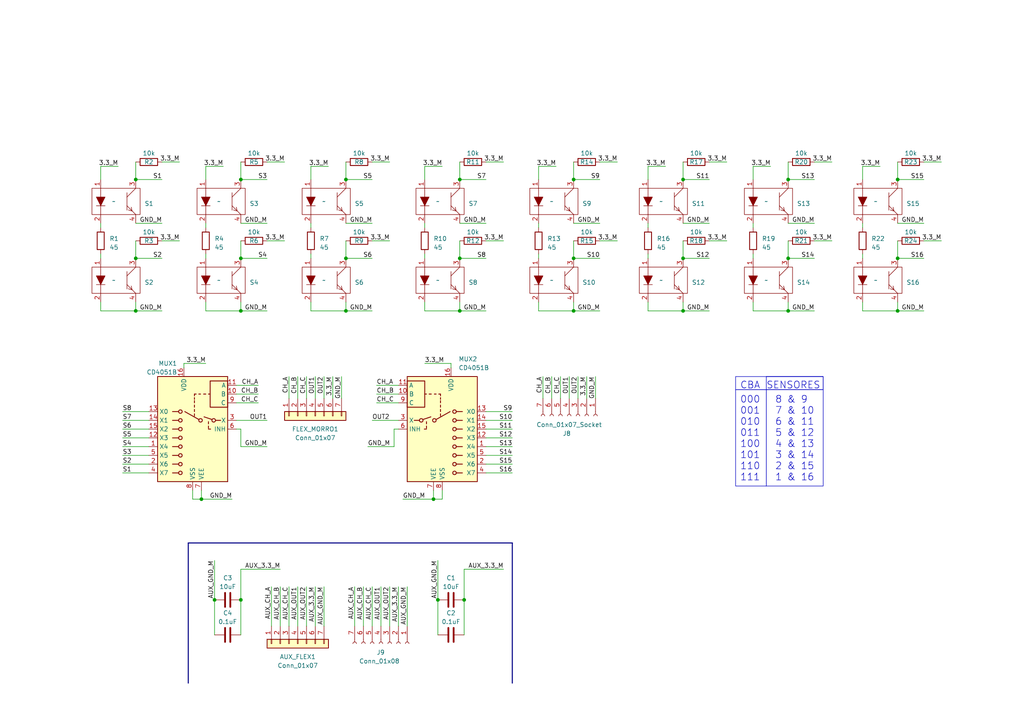
<source format=kicad_sch>
(kicad_sch (version 20250114) (generator "eeschema") (generator_version "9.0")
  (paper "A4")
  (lib_symbols
    (symbol "Connector:Conn_01x07_Socket" (pin_names (offset 1.016) (hide yes))
      (property "Reference" "J" (at 0 10.16 0))
      (property "Value" "Conn_01x07_Socket" (at 0 -10.16 0))
      (symbol "Conn_01x07_Socket_1_1"
        (polyline (pts (xy -1.27 7.62) (xy -0.508 7.62)) (stroke (width 0.1524)))
        (polyline (pts (xy -1.27 5.08) (xy -0.508 5.08)) (stroke (width 0.1524)))
        (polyline (pts (xy -1.27 2.54) (xy -0.508 2.54)) (stroke (width 0.1524)))
        (polyline (pts (xy -1.27 0) (xy -0.508 0)) (stroke (width 0.1524)))
        (polyline (pts (xy -1.27 -2.54) (xy -0.508 -2.54)) (stroke (width 0.1524)))
        (polyline (pts (xy -1.27 -5.08) (xy -0.508 -5.08)) (stroke (width 0.1524)))
        (polyline (pts (xy -1.27 -7.62) (xy -0.508 -7.62)) (stroke (width 0.1524)))
        (arc (start 0 7.112) (mid -0.5058 7.62) (end 0 8.128) (stroke (width 0.1524)))
        (arc (start 0 4.572) (mid -0.5058 5.08) (end 0 5.588) (stroke (width 0.1524)))
        (arc (start 0 2.032) (mid -0.5058 2.54) (end 0 3.048) (stroke (width 0.1524)))
        (arc (start 0 -0.508) (mid -0.5058 0) (end 0 0.508) (stroke (width 0.1524)))
        (arc (start 0 -3.048) (mid -0.5058 -2.54) (end 0 -2.032) (stroke (width 0.1524)))
        (arc (start 0 -5.588) (mid -0.5058 -5.08) (end 0 -4.572) (stroke (width 0.1524)))
        (arc (start 0 -8.128) (mid -0.5058 -7.62) (end 0 -7.112) (stroke (width 0.1524)))
        (pin passive line (at -5.08 7.62 0) (length 3.81) (name "Pin_1") (number "1"))
        (pin passive line (at -5.08 5.08 0) (length 3.81) (name "Pin_2") (number "2"))
        (pin passive line (at -5.08 2.54 0) (length 3.81) (name "Pin_3") (number "3"))
        (pin passive line (at -5.08 0 0) (length 3.81) (name "Pin_4") (number "4"))
        (pin passive line (at -5.08 -2.54 0) (length 3.81) (name "Pin_5") (number "5"))
        (pin passive line (at -5.08 -5.08 0) (length 3.81) (name "Pin_6") (number "6"))
        (pin passive line (at -5.08 -7.62 0) (length 3.81) (name "Pin_7") (number "7"))
      )
    )
    (symbol "Connector_Generic:Conn_01x07" (pin_names (offset 1.016) (hide yes))
      (property "Reference" "J" (at 0 10.16 0))
      (property "Value" "Conn_01x07" (at 0 -10.16 0))
      (symbol "Conn_01x07_1_1"
        (rectangle (start -1.27 8.89) (end 1.27 -8.89) (stroke (width 0.254)) (fill (type background)))
        (rectangle (start -1.27 7.747) (end 0 7.493) (stroke (width 0.1524)))
        (rectangle (start -1.27 5.207) (end 0 4.953) (stroke (width 0.1524)))
        (rectangle (start -1.27 2.667) (end 0 2.413) (stroke (width 0.1524)))
        (rectangle (start -1.27 0.127) (end 0 -0.127) (stroke (width 0.1524)))
        (rectangle (start -1.27 -2.413) (end 0 -2.667) (stroke (width 0.1524)))
        (rectangle (start -1.27 -4.953) (end 0 -5.207) (stroke (width 0.1524)))
        (rectangle (start -1.27 -7.493) (end 0 -7.747) (stroke (width 0.1524)))
        (pin passive line (at -5.08 7.62 0) (length 3.81) (name "Pin_1") (number "1"))
        (pin passive line (at -5.08 5.08 0) (length 3.81) (name "Pin_2") (number "2"))
        (pin passive line (at -5.08 2.54 0) (length 3.81) (name "Pin_3") (number "3"))
        (pin passive line (at -5.08 0 0) (length 3.81) (name "Pin_4") (number "4"))
        (pin passive line (at -5.08 -2.54 0) (length 3.81) (name "Pin_5") (number "5"))
        (pin passive line (at -5.08 -5.08 0) (length 3.81) (name "Pin_6") (number "6"))
        (pin passive line (at -5.08 -7.62 0) (length 3.81) (name "Pin_7") (number "7"))
      )
    )
    (symbol "Device:C" (pin_numbers (hide yes)) (pin_names (offset 0.254))
      (property "Reference" "C" (at 0.635 2.54 0))
      (property "Value" "C" (at 0.635 -2.54 0))
      (symbol "C_0_1"
        (polyline (pts (xy -2.032 0.762) (xy 2.032 0.762)) (stroke (width 0.508)))
        (polyline (pts (xy -2.032 -0.762) (xy 2.032 -0.762)) (stroke (width 0.508)))
      )
      (symbol "C_1_1"
        (pin passive line (at 0 3.81 270) (length 2.794) (name "~") (number "1"))
        (pin passive line (at 0 -3.81 90) (length 2.794) (name "~") (number "2"))
      )
    )
    (symbol "Device:R" (pin_numbers (hide yes)) (pin_names (offset 0))
      (property "Reference" "R" (at 2.032 0 90))
      (property "Value" "R" (at 0 0 90))
      (symbol "R_0_1"
        (rectangle (start -1.016 -2.54) (end 1.016 2.54) (stroke (width 0.254)))
      )
      (symbol "R_1_1"
        (pin passive line (at 0 3.81 270) (length 1.27) (name "~") (number "1"))
        (pin passive line (at 0 -3.81 90) (length 1.27) (name "~") (number "2"))
      )
    )
    (symbol "R_1" (pin_numbers (hide yes)) (pin_names (offset 0))
      (property "Reference" "R2" (at 0 0 90))
      (property "Value" "10k" (at 2.54 0 90))
      (symbol "R_1_0_1"
        (rectangle (start -1.016 -2.54) (end 1.016 2.54) (stroke (width 0.254)))
      )
      (symbol "R_1_1_1"
        (pin passive line (at 0 3.81 270) (length 1.27) (name "~") (number "1"))
        (pin passive line (at 0 -3.81 90) (length 1.27) (name "~") (number "2"))
      )
    )
    (symbol "custom_symbols:ITR8307_SMD"
      (property "Reference" "S1" (at 8.89 -0.635 0))
      (property "Value" "~" (at 0 0 0))
      (symbol "ITR8307_SMD_0_1"
        (rectangle (start -6.35 3.81) (end 7.62 -3.81))
        (polyline (pts (xy -5.08 1.27) (xy -2.54 1.27) (xy -3.81 -1.27) (xy -5.08 1.27)) (fill (type outline)))
        (polyline (pts (xy -5.08 -1.27) (xy -2.54 -1.27)))
        (polyline (pts (xy -3.81 3.81) (xy -3.81 -3.81)))
        (polyline (pts (xy 3.81 2.54) (xy 3.81 -2.54)))
        (polyline (pts (xy 5.2578 -2.7686) (xy 4.2164 -2.4892)))
        (polyline (pts (xy 5.2832 -2.7178) (xy 5.0292 -1.6764)))
        (polyline (pts (xy 6.35 3.81) (xy 3.81 1.27)))
        (polyline (pts (xy 6.35 -3.81) (xy 3.81 -1.27)))
      )
      (symbol "ITR8307_SMD_1_1"
        (pin input line (at -3.81 6.35 270) (length 2.54) (name "~") (number "1"))
        (pin power_in line (at -3.81 -6.35 90) (length 2.54) (name "~") (number "2"))
        (pin open_collector line (at 6.35 6.35 270) (length 2.54) (name "~") (number "3"))
        (pin power_in line (at 6.35 -6.35 90) (length 2.54) (name "~") (number "4"))
      )
    )
    (symbol "custom_symbols:MUX_CD4051B"
      (property "Reference" "MUX1" (at 4.4959 19.05 0))
      (property "Value" "CD4051B" (at 4.4959 16.51 0))
      (symbol "MUX_CD4051B_0_1"
        (rectangle (start -10.16 15.24) (end 10.16 -15.24) (stroke (width 0.254)) (fill (type background)))
        (rectangle (start -10.16 6.35) (end -5.08 13.97) (stroke (width 0.254)))
        (polyline (pts (xy -8.128 2.54) (xy -6.604 2.54)) (stroke (width 0.254)))
        (circle (center -6.096 2.54) (radius 0.508) (stroke (width 0.254)))
        (polyline (pts (xy -5.588 2.794) (xy -3.302 3.556)) (stroke (width 0.254)))
        (polyline (pts (xy -4.572 10.16) (xy -5.08 10.16)) (stroke (width 0.254)))
        (polyline (pts (xy -4.572 1.524) (xy -4.572 2.159)) (stroke (width 0.254)))
        (polyline (pts (xy -4.572 0.254) (xy -4.572 0.889)) (stroke (width 0.254)))
        (polyline (pts (xy -4.572 0) (xy -5.207 0)) (stroke (width 0.254)))
        (polyline (pts (xy -3.81 10.16) (xy -3.175 10.16)) (stroke (width 0.254)))
        (circle (center -2.286 2.54) (radius 0.508) (stroke (width 0.254)))
        (polyline (pts (xy -1.778 10.16) (xy -2.286 10.16)) (stroke (width 0.254)))
        (polyline (pts (xy -1.778 2.794) (xy 2.286 5.08)) (stroke (width 0.254)))
        (polyline (pts (xy -0.508 10.16) (xy -1.016 10.16)) (stroke (width 0.254)))
        (polyline (pts (xy -0.508 9.652) (xy -0.508 10.16)) (stroke (width 0.254)))
        (polyline (pts (xy -0.508 8.636) (xy -0.508 9.144)) (stroke (width 0.254)))
        (polyline (pts (xy -0.508 7.62) (xy -0.508 8.255)) (stroke (width 0.254)))
        (polyline (pts (xy -0.508 6.35) (xy -0.508 6.985)) (stroke (width 0.254)))
        (polyline (pts (xy -0.508 5.08) (xy -0.508 5.715)) (stroke (width 0.254)))
        (polyline (pts (xy -0.508 3.81) (xy -0.508 4.445)) (stroke (width 0.254)))
        (circle (center 3.556 5.08) (radius 0.508) (stroke (width 0.254)))
        (circle (center 3.556 2.54) (radius 0.508) (stroke (width 0.254)))
        (circle (center 3.556 0) (radius 0.508) (stroke (width 0.254)))
        (circle (center 3.556 -2.54) (radius 0.508) (stroke (width 0.254)))
        (circle (center 3.556 -5.08) (radius 0.508) (stroke (width 0.254)))
        (circle (center 3.556 -7.62) (radius 0.508) (stroke (width 0.254)))
        (circle (center 3.556 -10.16) (radius 0.508) (stroke (width 0.254)))
        (circle (center 3.556 -12.7) (radius 0.508) (stroke (width 0.254)))
        (polyline (pts (xy 4.064 5.08) (xy 5.842 5.08)) (stroke (width 0.254)))
        (polyline (pts (xy 4.064 2.54) (xy 5.842 2.54)) (stroke (width 0.254)))
        (polyline (pts (xy 4.064 0) (xy 5.842 0)) (stroke (width 0.254)))
        (polyline (pts (xy 4.064 -2.54) (xy 5.842 -2.54)) (stroke (width 0.254)))
        (polyline (pts (xy 4.064 -5.08) (xy 5.842 -5.08)) (stroke (width 0.254)))
        (polyline (pts (xy 4.064 -7.62) (xy 5.842 -7.62)) (stroke (width 0.254)))
        (polyline (pts (xy 4.064 -10.16) (xy 5.842 -10.16)) (stroke (width 0.254)))
        (polyline (pts (xy 4.064 -12.7) (xy 5.842 -12.7)) (stroke (width 0.254)))
      )
      (symbol "MUX_CD4051B_1_1"
        (pin input line (at -12.7 12.7 0) (length 2.54) (name "A") (number "11"))
        (pin input line (at -12.7 10.16 0) (length 2.54) (name "B") (number "10"))
        (pin input line (at -12.7 7.62 0) (length 2.54) (name "C") (number "9"))
        (pin bidirectional line (at -12.7 2.54 0) (length 2.54) (name "X") (number "3"))
        (pin input line (at -12.7 0 0) (length 2.54) (name "INH") (number "6"))
        (pin power_in line (at -2.54 -17.78 90) (length 2.54) (name "VEE") (number "7"))
        (pin power_in line (at 0 -17.78 90) (length 2.54) (name "VSS") (number "8"))
        (pin power_in line (at 2.54 17.78 270) (length 2.54) (name "VDD") (number "16"))
        (pin bidirectional line (at 12.7 5.08 180) (length 2.54) (name "X0") (number "13"))
        (pin bidirectional line (at 12.7 2.54 180) (length 2.54) (name "X1") (number "14"))
        (pin bidirectional line (at 12.7 0 180) (length 2.54) (name "X2") (number "15"))
        (pin bidirectional line (at 12.7 -2.54 180) (length 2.54) (name "X3") (number "12"))
        (pin bidirectional line (at 12.7 -5.08 180) (length 2.54) (name "X4") (number "1"))
        (pin bidirectional line (at 12.7 -7.62 180) (length 2.54) (name "X5") (number "5"))
        (pin bidirectional line (at 12.7 -10.16 180) (length 2.54) (name "X6") (number "2"))
        (pin bidirectional line (at 12.7 -12.7 180) (length 2.54) (name "X7") (number "4"))
      )
    )
  )
  (rectangle (start 222.25 113.03) (end 238.76 140.97))
  (rectangle (start 213.36 113.03) (end 222.25 140.97))
  (rectangle (start 213.36 109.22) (end 238.76 113.03))
  (rectangle (start 222.25 109.22) (end 238.76 113.03))
  (text "CBA" (at 214.63 113.03 0) (effects (font (size 2 2)) (justify left bottom)))
  (text "SENSORES" (at 222.25 113.03 0) (effects (font (size 2 2)) (justify left bottom)))
  (text "8 & 9\n7 & 10\n6 & 11\n5 & 12\n4 & 13\n3 & 14\n2 & 15\n1 & 16" (at 224.79 139.7 0) (effects (font (size 2 2)) (justify left bottom)))
  (text "000\n001\n010\n011\n100\n101\n110\n111" (at 214.63 139.7 0) (effects (font (size 2 2)) (justify left bottom)))
  (junction (at 166.37 74.93))
  (junction (at 260.35 52.07))
  (junction (at 228.6 74.93))
  (junction (at 125.73 144.78))
  (junction (at 260.35 90.17))
  (junction (at 133.35 52.07))
  (junction (at 198.12 90.17))
  (junction (at 39.37 74.93))
  (junction (at 69.85 52.07))
  (junction (at 69.85 90.17))
  (junction (at 39.37 90.17))
  (junction (at 100.33 90.17))
  (junction (at 228.6 90.17))
  (junction (at 127 173.99))
  (junction (at 100.33 52.07))
  (junction (at 69.85 173.99))
  (junction (at 133.35 90.17))
  (junction (at 100.33 74.93))
  (junction (at 166.37 90.17))
  (junction (at 198.12 74.93))
  (junction (at 228.6 52.07))
  (junction (at 134.62 173.99))
  (junction (at 198.12 52.07))
  (junction (at 69.85 74.93))
  (junction (at 39.37 52.07))
  (junction (at 166.37 52.07))
  (junction (at 58.42 144.78))
  (junction (at 133.35 74.93))
  (junction (at 62.23 173.99))
  (junction (at 260.35 74.93))
  (wire (pts (xy 59.69 73.66) (xy 59.69 74.93)))
  (wire (pts (xy 128.27 142.24) (xy 128.27 144.78)))
  (wire (pts (xy 35.56 124.46) (xy 43.18 124.46)))
  (wire (pts (xy 260.35 90.17) (xy 260.35 87.63)))
  (wire (pts (xy 228.6 90.17) (xy 228.6 87.63)))
  (wire (pts (xy 170.18 109.22) (xy 170.18 115.57)))
  (wire (pts (xy 59.69 48.26) (xy 59.69 52.07)))
  (wire (pts (xy 77.47 69.85) (xy 82.55 69.85)))
  (wire (pts (xy 69.85 165.1) (xy 69.85 173.99)))
  (wire (pts (xy 29.21 64.77) (xy 29.21 66.04)))
  (wire (pts (xy 260.35 52.07) (xy 267.97 52.07)))
  (wire (pts (xy 90.17 48.26) (xy 90.17 52.07)))
  (wire (pts (xy 69.85 52.07) (xy 77.47 52.07)))
  (wire (pts (xy 46.99 90.17) (xy 39.37 90.17)))
  (wire (pts (xy 187.96 48.26) (xy 193.04 48.26)))
  (wire (pts (xy 100.33 52.07) (xy 107.95 52.07)))
  (wire (pts (xy 123.19 105.41) (xy 130.81 105.41)))
  (wire (pts (xy 148.59 129.54) (xy 140.97 129.54)))
  (wire (pts (xy 260.35 69.85) (xy 260.35 74.93)))
  (wire (pts (xy 187.96 90.17) (xy 198.12 90.17)))
  (wire (pts (xy 260.35 46.99) (xy 260.35 52.07)))
  (wire (pts (xy 90.17 64.77) (xy 90.17 66.04)))
  (wire (pts (xy 106.68 129.54) (xy 114.3 129.54)))
  (wire (pts (xy 68.58 116.84) (xy 74.93 116.84)))
  (wire (pts (xy 46.99 46.99) (xy 52.07 46.99)))
  (wire (pts (xy 125.73 142.24) (xy 125.73 144.78)))
  (wire (pts (xy 173.99 90.17) (xy 166.37 90.17)))
  (wire (pts (xy 91.44 109.22) (xy 91.44 115.57)))
  (wire (pts (xy 39.37 74.93) (xy 46.99 74.93)))
  (wire (pts (xy 88.9 170.18) (xy 88.9 181.61)))
  (wire (pts (xy 59.69 90.17) (xy 69.85 90.17)))
  (wire (pts (xy 107.95 46.99) (xy 113.03 46.99)))
  (wire (pts (xy 100.33 74.93) (xy 107.95 74.93)))
  (wire (pts (xy 110.49 170.18) (xy 110.49 181.61)))
  (wire (pts (xy 35.56 119.38) (xy 43.18 119.38)))
  (wire (pts (xy 115.57 170.18) (xy 115.57 181.61)))
  (wire (pts (xy 39.37 64.77) (xy 46.99 64.77)))
  (wire (pts (xy 250.19 64.77) (xy 250.19 66.04)))
  (wire (pts (xy 88.9 109.22) (xy 88.9 115.57)))
  (wire (pts (xy 205.74 69.85) (xy 210.82 69.85)))
  (wire (pts (xy 93.98 170.18) (xy 93.98 181.61)))
  (wire (pts (xy 218.44 73.66) (xy 218.44 74.93)))
  (wire (pts (xy 218.44 64.77) (xy 218.44 66.04)))
  (wire (pts (xy 123.19 48.26) (xy 123.19 52.07)))
  (wire (pts (xy 250.19 87.63) (xy 250.19 90.17)))
  (wire (pts (xy 218.44 90.17) (xy 228.6 90.17)))
  (wire (pts (xy 133.35 90.17) (xy 133.35 87.63)))
  (wire (pts (xy 77.47 129.54) (xy 69.85 129.54)))
  (wire (pts (xy 156.21 64.77) (xy 156.21 66.04)))
  (wire (pts (xy 123.19 64.77) (xy 123.19 66.04)))
  (wire (pts (xy 205.74 90.17) (xy 198.12 90.17)))
  (wire (pts (xy 59.69 105.41) (xy 53.34 105.41)))
  (wire (pts (xy 228.6 74.93) (xy 236.22 74.93)))
  (wire (pts (xy 29.21 48.26) (xy 34.29 48.26)))
  (wire (pts (xy 156.21 87.63) (xy 156.21 90.17)))
  (wire (pts (xy 114.3 124.46) (xy 114.3 129.54)))
  (wire (pts (xy 127 173.99) (xy 127 184.15)))
  (wire (pts (xy 83.82 109.22) (xy 83.82 115.57)))
  (wire (pts (xy 267.97 90.17) (xy 260.35 90.17)))
  (wire (pts (xy 187.96 87.63) (xy 187.96 90.17)))
  (wire (pts (xy 198.12 69.85) (xy 198.12 74.93)))
  (wire (pts (xy 156.21 90.17) (xy 166.37 90.17)))
  (wire (pts (xy 228.6 52.07) (xy 236.22 52.07)))
  (wire (pts (xy 156.21 48.26) (xy 156.21 52.07)))
  (wire (pts (xy 69.85 173.99) (xy 69.85 184.15)))
  (wire (pts (xy 68.58 124.46) (xy 69.85 124.46)))
  (wire (pts (xy 198.12 52.07) (xy 205.74 52.07)))
  (wire (pts (xy 133.35 69.85) (xy 133.35 74.93)))
  (wire (pts (xy 157.48 109.22) (xy 157.48 115.57)))
  (wire (pts (xy 146.05 165.1) (xy 134.62 165.1)))
  (wire (pts (xy 29.21 48.26) (xy 29.21 52.07)))
  (wire (pts (xy 35.56 137.16) (xy 43.18 137.16)))
  (wire (pts (xy 69.85 74.93) (xy 77.47 74.93)))
  (wire (pts (xy 58.42 144.78) (xy 67.31 144.78)))
  (wire (pts (xy 62.23 162.56) (xy 62.23 173.99)))
  (wire (pts (xy 29.21 90.17) (xy 39.37 90.17)))
  (wire (pts (xy 187.96 73.66) (xy 187.96 74.93)))
  (bus (pts (xy 148.59 157.48) (xy 148.59 198.12)))
  (wire (pts (xy 250.19 48.26) (xy 250.19 52.07)))
  (wire (pts (xy 35.56 127) (xy 43.18 127)))
  (wire (pts (xy 68.58 111.76) (xy 74.93 111.76)))
  (wire (pts (xy 83.82 170.18) (xy 83.82 181.61)))
  (wire (pts (xy 86.36 109.22) (xy 86.36 115.57)))
  (wire (pts (xy 90.17 48.26) (xy 95.25 48.26)))
  (wire (pts (xy 166.37 46.99) (xy 166.37 52.07)))
  (wire (pts (xy 39.37 46.99) (xy 39.37 52.07)))
  (wire (pts (xy 81.28 170.18) (xy 81.28 181.61)))
  (wire (pts (xy 46.99 69.85) (xy 52.07 69.85)))
  (wire (pts (xy 68.58 121.92) (xy 77.47 121.92)))
  (wire (pts (xy 68.58 114.3) (xy 74.93 114.3)))
  (wire (pts (xy 107.95 121.92) (xy 115.57 121.92)))
  (wire (pts (xy 90.17 73.66) (xy 90.17 74.93)))
  (wire (pts (xy 29.21 73.66) (xy 29.21 74.93)))
  (wire (pts (xy 69.85 46.99) (xy 69.85 52.07)))
  (wire (pts (xy 78.74 170.18) (xy 78.74 181.61)))
  (wire (pts (xy 173.99 69.85) (xy 179.07 69.85)))
  (wire (pts (xy 140.97 90.17) (xy 133.35 90.17)))
  (wire (pts (xy 148.59 124.46) (xy 140.97 124.46)))
  (wire (pts (xy 55.88 144.78) (xy 58.42 144.78)))
  (wire (pts (xy 148.59 132.08) (xy 140.97 132.08)))
  (wire (pts (xy 218.44 48.26) (xy 218.44 52.07)))
  (wire (pts (xy 260.35 74.93) (xy 267.97 74.93)))
  (wire (pts (xy 148.59 127) (xy 140.97 127)))
  (wire (pts (xy 236.22 69.85) (xy 241.3 69.85)))
  (wire (pts (xy 166.37 74.93) (xy 173.99 74.93)))
  (wire (pts (xy 29.21 87.63) (xy 29.21 90.17)))
  (wire (pts (xy 35.56 134.62) (xy 43.18 134.62)))
  (wire (pts (xy 90.17 87.63) (xy 90.17 90.17)))
  (wire (pts (xy 100.33 64.77) (xy 107.95 64.77)))
  (wire (pts (xy 166.37 64.77) (xy 173.99 64.77)))
  (wire (pts (xy 123.19 90.17) (xy 133.35 90.17)))
  (wire (pts (xy 118.11 170.18) (xy 118.11 181.61)))
  (wire (pts (xy 140.97 46.99) (xy 146.05 46.99)))
  (wire (pts (xy 115.57 111.76) (xy 109.22 111.76)))
  (wire (pts (xy 187.96 64.77) (xy 187.96 66.04)))
  (wire (pts (xy 156.21 73.66) (xy 156.21 74.93)))
  (wire (pts (xy 140.97 69.85) (xy 146.05 69.85)))
  (wire (pts (xy 127 162.56) (xy 127 173.99)))
  (wire (pts (xy 77.47 90.17) (xy 69.85 90.17)))
  (wire (pts (xy 39.37 52.07) (xy 46.99 52.07)))
  (bus (pts (xy 54.61 157.48) (xy 148.59 157.48)))
  (wire (pts (xy 99.06 109.22) (xy 99.06 115.57)))
  (wire (pts (xy 100.33 90.17) (xy 100.33 87.63)))
  (wire (pts (xy 250.19 48.26) (xy 255.27 48.26)))
  (wire (pts (xy 115.57 124.46) (xy 114.3 124.46)))
  (wire (pts (xy 35.56 121.92) (xy 43.18 121.92)))
  (wire (pts (xy 100.33 46.99) (xy 100.33 52.07)))
  (wire (pts (xy 107.95 170.18) (xy 107.95 181.61)))
  (wire (pts (xy 133.35 64.77) (xy 140.97 64.77)))
  (wire (pts (xy 166.37 90.17) (xy 166.37 87.63)))
  (wire (pts (xy 115.57 116.84) (xy 109.22 116.84)))
  (wire (pts (xy 69.85 124.46) (xy 69.85 129.54)))
  (wire (pts (xy 133.35 74.93) (xy 140.97 74.93)))
  (wire (pts (xy 55.88 142.24) (xy 55.88 144.78)))
  (wire (pts (xy 123.19 48.26) (xy 128.27 48.26)))
  (wire (pts (xy 113.03 170.18) (xy 113.03 181.61)))
  (wire (pts (xy 90.17 90.17) (xy 100.33 90.17)))
  (wire (pts (xy 69.85 64.77) (xy 77.47 64.77)))
  (wire (pts (xy 228.6 69.85) (xy 228.6 74.93)))
  (wire (pts (xy 133.35 46.99) (xy 133.35 52.07)))
  (wire (pts (xy 250.19 73.66) (xy 250.19 74.93)))
  (wire (pts (xy 59.69 48.26) (xy 64.77 48.26)))
  (wire (pts (xy 123.19 87.63) (xy 123.19 90.17)))
  (wire (pts (xy 187.96 48.26) (xy 187.96 52.07)))
  (wire (pts (xy 166.37 52.07) (xy 173.99 52.07)))
  (wire (pts (xy 130.81 105.41) (xy 130.81 106.68)))
  (wire (pts (xy 166.37 69.85) (xy 166.37 74.93)))
  (wire (pts (xy 172.72 109.22) (xy 172.72 115.57)))
  (wire (pts (xy 133.35 52.07) (xy 140.97 52.07)))
  (wire (pts (xy 167.64 109.22) (xy 167.64 115.57)))
  (wire (pts (xy 198.12 64.77) (xy 205.74 64.77)))
  (wire (pts (xy 228.6 64.77) (xy 236.22 64.77)))
  (wire (pts (xy 260.35 64.77) (xy 267.97 64.77)))
  (wire (pts (xy 160.02 109.22) (xy 160.02 115.57)))
  (wire (pts (xy 107.95 69.85) (xy 113.03 69.85)))
  (wire (pts (xy 105.41 170.18) (xy 105.41 181.61)))
  (wire (pts (xy 218.44 48.26) (xy 223.52 48.26)))
  (wire (pts (xy 173.99 46.99) (xy 179.07 46.99)))
  (wire (pts (xy 128.27 144.78) (xy 125.73 144.78)))
  (wire (pts (xy 267.97 69.85) (xy 273.05 69.85)))
  (wire (pts (xy 35.56 132.08) (xy 43.18 132.08)))
  (wire (pts (xy 58.42 142.24) (xy 58.42 144.78)))
  (wire (pts (xy 39.37 69.85) (xy 39.37 74.93)))
  (wire (pts (xy 35.56 129.54) (xy 43.18 129.54)))
  (wire (pts (xy 198.12 74.93) (xy 205.74 74.93)))
  (wire (pts (xy 100.33 69.85) (xy 100.33 74.93)))
  (wire (pts (xy 134.62 165.1) (xy 134.62 173.99)))
  (wire (pts (xy 198.12 90.17) (xy 198.12 87.63)))
  (wire (pts (xy 102.87 170.18) (xy 102.87 181.61)))
  (bus (pts (xy 54.61 157.48) (xy 54.61 198.12)))
  (wire (pts (xy 39.37 90.17) (xy 39.37 87.63)))
  (wire (pts (xy 93.98 109.22) (xy 93.98 115.57)))
  (wire (pts (xy 267.97 46.99) (xy 273.05 46.99)))
  (wire (pts (xy 162.56 109.22) (xy 162.56 115.57)))
  (wire (pts (xy 250.19 90.17) (xy 260.35 90.17)))
  (wire (pts (xy 69.85 90.17) (xy 69.85 87.63)))
  (wire (pts (xy 62.23 173.99) (xy 62.23 184.15)))
  (wire (pts (xy 125.73 144.78) (xy 116.84 144.78)))
  (wire (pts (xy 91.44 170.18) (xy 91.44 181.61)))
  (wire (pts (xy 115.57 114.3) (xy 109.22 114.3)))
  (wire (pts (xy 134.62 173.99) (xy 134.62 184.15)))
  (wire (pts (xy 86.36 170.18) (xy 86.36 181.61)))
  (wire (pts (xy 218.44 87.63) (xy 218.44 90.17)))
  (wire (pts (xy 156.21 48.26) (xy 161.29 48.26)))
  (wire (pts (xy 107.95 90.17) (xy 100.33 90.17)))
  (wire (pts (xy 59.69 87.63) (xy 59.69 90.17)))
  (wire (pts (xy 148.59 121.92) (xy 140.97 121.92)))
  (wire (pts (xy 165.1 109.22) (xy 165.1 115.57)))
  (wire (pts (xy 228.6 46.99) (xy 228.6 52.07)))
  (wire (pts (xy 205.74 46.99) (xy 210.82 46.99)))
  (wire (pts (xy 148.59 134.62) (xy 140.97 134.62)))
  (wire (pts (xy 96.52 109.22) (xy 96.52 115.57)))
  (wire (pts (xy 77.47 46.99) (xy 82.55 46.99)))
  (wire (pts (xy 69.85 69.85) (xy 69.85 74.93)))
  (wire (pts (xy 81.28 165.1) (xy 69.85 165.1)))
  (wire (pts (xy 148.59 137.16) (xy 140.97 137.16)))
  (wire (pts (xy 148.59 119.38) (xy 140.97 119.38)))
  (wire (pts (xy 123.19 73.66) (xy 123.19 74.93)))
  (wire (pts (xy 236.22 90.17) (xy 228.6 90.17)))
  (wire (pts (xy 198.12 46.99) (xy 198.12 52.07)))
  (wire (pts (xy 53.34 105.41) (xy 53.34 106.68)))
  (wire (pts (xy 59.69 64.77) (xy 59.69 66.04)))
  (wire (pts (xy 236.22 46.99) (xy 241.3 46.99)))
  (label "S13" (at 148.59 129.54 180))
  (label "AUX_3.3_M" (at 115.57 170.18 270))
  (label "AUX_CH_B" (at 81.28 170.18 270))
  (label "S11" (at 148.59 124.46 180))
  (label "S5" (at 107.95 52.07 180))
  (label "S10" (at 173.99 74.93 180))
  (label "AUX_CH_C" (at 107.95 170.18 270))
  (label "GND_M" (at 77.47 64.77 180))
  (label "GND_M" (at 106.68 129.54 0))
  (label "S4" (at 35.56 129.54 0))
  (label "S6" (at 107.95 74.93 180))
  (label "S10" (at 148.59 121.92 180))
  (label "3.3_M" (at 52.07 46.99 180))
  (label "3.3_M" (at 241.3 46.99 180))
  (label "S7" (at 140.97 52.07 180))
  (label "GND_M" (at 173.99 64.77 180))
  (label "3.3_M" (at 179.07 46.99 180))
  (label "S4" (at 77.47 74.93 180))
  (label "OUT2" (at 167.64 109.22 270))
  (label "GND_M" (at 46.99 64.77 180))
  (label "3.3_M" (at 241.3 69.85 180))
  (label "AUX_OUT1" (at 86.36 170.18 270))
  (label "S13" (at 236.22 52.07 180))
  (label "S16" (at 148.59 137.16 180))
  (label "3.3_M" (at 273.05 69.85 180))
  (label "CH_C" (at 74.93 116.84 180))
  (label "S11" (at 205.74 52.07 180))
  (label "GND_M" (at 99.06 109.22 270))
  (label "CH_B" (at 109.22 114.3 0))
  (label "3.3_M" (at 34.29 48.26 180))
  (label "CH_A" (at 109.22 111.76 0))
  (label "S3" (at 35.56 132.08 0))
  (label "AUX_GND_M" (at 127 162.56 270))
  (label "3.3_M" (at 82.55 69.85 180))
  (label "S14" (at 236.22 74.93 180))
  (label "AUX_OUT2" (at 88.9 170.18 270))
  (label "CH_C" (at 162.56 109.22 270))
  (label "AUX_CH_A" (at 78.74 170.18 270))
  (label "S3" (at 77.47 52.07 180))
  (label "S1" (at 46.99 52.07 180))
  (label "GND_M" (at 267.97 64.77 180))
  (label "GND_M" (at 67.31 144.78 180))
  (label "CH_B" (at 160.02 109.22 270))
  (label "AUX_3.3_M" (at 146.05 165.1 180))
  (label "S12" (at 205.74 74.93 180))
  (label "CH_C" (at 88.9 109.22 270))
  (label "GND_M" (at 236.22 90.17 180))
  (label "AUX_GND_M" (at 93.98 170.18 270))
  (label "GND_M" (at 140.97 90.17 180))
  (label "GND_M" (at 116.84 144.78 0))
  (label "S14" (at 148.59 132.08 180))
  (label "3.3_M" (at 113.03 46.99 180))
  (label "GND_M" (at 172.72 109.22 270))
  (label "CH_C" (at 109.22 116.84 0))
  (label "GND_M" (at 236.22 64.77 180))
  (label "3.3_M" (at 193.04 48.26 180))
  (label "GND_M" (at 107.95 90.17 180))
  (label "3.3_M" (at 210.82 46.99 180))
  (label "3.3_M" (at 223.52 48.26 180))
  (label "GND_M" (at 173.99 90.17 180))
  (label "CH_A" (at 74.93 111.76 180))
  (label "OUT1" (at 91.44 109.22 270))
  (label "S9" (at 173.99 52.07 180))
  (label "AUX_OUT2" (at 113.03 170.18 270))
  (label "3.3_M" (at 82.55 46.99 180))
  (label "AUX_OUT1" (at 110.49 170.18 270))
  (label "OUT2" (at 107.95 121.92 0))
  (label "CH_A" (at 83.82 109.22 270))
  (label "GND_M" (at 205.74 90.17 180))
  (label "GND_M" (at 205.74 64.77 180))
  (label "AUX_CH_C" (at 83.82 170.18 270))
  (label "3.3_M" (at 273.05 46.99 180))
  (label "S2" (at 35.56 134.62 0))
  (label "OUT1" (at 77.47 121.92 180))
  (label "OUT2" (at 93.98 109.22 270))
  (label "GND_M" (at 107.95 64.77 180))
  (label "S8" (at 35.56 119.38 0))
  (label "3.3_M" (at 95.25 48.26 180))
  (label "3.3_M" (at 59.69 105.41 180))
  (label "3.3_M" (at 123.19 105.41 0))
  (label "3.3_M" (at 210.82 69.85 180))
  (label "OUT1" (at 165.1 109.22 270))
  (label "CH_B" (at 74.93 114.3 180))
  (label "3.3_M" (at 161.29 48.26 180))
  (label "AUX_GND_M" (at 62.23 162.56 270))
  (label "3.3_M" (at 146.05 69.85 180))
  (label "3.3_M" (at 96.52 109.22 270))
  (label "S15" (at 148.59 134.62 180))
  (label "S6" (at 35.56 124.46 0))
  (label "AUX_GND_M" (at 118.11 170.18 270))
  (label "S9" (at 148.59 119.38 180))
  (label "S8" (at 140.97 74.93 180))
  (label "S15" (at 267.97 52.07 180))
  (label "3.3_M" (at 179.07 69.85 180))
  (label "CH_A" (at 157.48 109.22 270))
  (label "CH_B" (at 86.36 109.22 270))
  (label "3.3_M" (at 146.05 46.99 180))
  (label "GND_M" (at 46.99 90.17 180))
  (label "AUX_CH_A" (at 102.87 170.18 270))
  (label "3.3_M" (at 170.18 109.22 270))
  (label "3.3_M" (at 113.03 69.85 180))
  (label "3.3_M" (at 52.07 69.85 180))
  (label "S12" (at 148.59 127 180))
  (label "3.3_M" (at 128.27 48.26 180))
  (label "S5" (at 35.56 127 0))
  (label "GND_M" (at 77.47 90.17 180))
  (label "GND_M" (at 77.47 129.54 180))
  (label "S7" (at 35.56 121.92 0))
  (label "GND_M" (at 140.97 64.77 180))
  (label "GND_M" (at 267.97 90.17 180))
  (label "AUX_3.3_M" (at 91.44 170.18 270))
  (label "AUX_CH_B" (at 105.41 170.18 270))
  (label "S16" (at 267.97 74.93 180))
  (label "AUX_3.3_M" (at 81.28 165.1 180))
  (label "3.3_M" (at 64.77 48.26 180))
  (label "S1" (at 35.56 137.16 0))
  (label "S2" (at 46.99 74.93 180))
  (label "3.3_M" (at 255.27 48.26 180))
  (symbol (lib_id "Device:R") (at 104.14 69.85 90) (unit 1)
    (property "Reference" "R9" (at 104.14 69.85 90))
    (property "Value" "10k" (at 104.14 67.31 90))
    (property "Footprint" "Resistor_SMD:R_0805_2012Metric_Pad1.20x1.40mm_HandSolder" (effects (hide yes)))
    (property "LCSC Part #" "C17414" (effects (hide yes)))
  )
  (symbol (lib_name "R_1") (lib_id "Device:R") (at 43.18 46.99 90) (unit 1)
    (property "Reference" "R2" (at 43.18 46.99 90))
    (property "Value" "10k" (at 43.18 44.45 90))
    (property "Footprint" "Resistor_SMD:R_0805_2012Metric_Pad1.20x1.40mm_HandSolder" (effects (hide yes)))
    (property "LCSC Part #" "C17414" (effects (hide yes)))
  )
  (symbol (lib_id "Device:C") (at 130.81 184.15 270) (unit 1)
    (property "Reference" "C2" (at 130.81 177.8 90))
    (property "Value" "0.1uF" (at 130.81 180.34 90))
    (property "Footprint" "Capacitor_SMD:C_0805_2012Metric_Pad1.18x1.45mm_HandSolder" (effects (hide yes)))
    (property "LCSC Part #" "C2847428" (effects (hide yes)))
  )
  (symbol (lib_id "Device:R") (at 250.19 69.85 0) (unit 1)
    (property "Reference" "R22" (at 252.73 69.215 0) (effects (justify left)))
    (property "Value" "45" (at 252.73 71.755 0) (effects (justify left)))
    (property "Footprint" "Resistor_SMD:R_0805_2012Metric_Pad1.20x1.40mm_HandSolder" (effects (hide yes)))
    (property "LCSC Part #" "C3017827" (effects (hide yes)))
  )
  (symbol (lib_id "Device:R") (at 104.14 46.99 90) (unit 1)
    (property "Reference" "R8" (at 104.14 46.99 90))
    (property "Value" "10k" (at 104.14 44.45 90))
    (property "Footprint" "Resistor_SMD:R_0805_2012Metric_Pad1.20x1.40mm_HandSolder" (effects (hide yes)))
    (property "LCSC Part #" "C17414" (effects (hide yes)))
  )
  (symbol (lib_id "custom_symbols:ITR8307_SMD") (at 191.77 58.42 0) (unit 1)
    (property "Reference" "S11" (at 200.66 59.055 0) (effects (justify left)))
    (property "Value" "~" (at 191.77 58.42 0))
    (property "Footprint" "MictlanTeam-Library:ITR8307_SMD" (effects (hide yes)))
    (property "LCSC Part #" "C81632" (effects (hide yes)))
    (property "JLCPCB Rotation Offset" "180" (effects (hide yes)))
  )
  (symbol (lib_id "custom_symbols:ITR8307_SMD") (at 127 58.42 0) (unit 1)
    (property "Reference" "S7" (at 135.89 59.055 0) (effects (justify left)))
    (property "Value" "~" (at 127 58.42 0))
    (property "Footprint" "MictlanTeam-Library:ITR8307_SMD" (effects (hide yes)))
    (property "LCSC Part #" "C81632" (effects (hide yes)))
    (property "JLCPCB Rotation Offset" "180" (effects (hide yes)))
  )
  (symbol (lib_id "Connector:Conn_01x07_Socket") (at 110.49 186.69 270) (unit 1) (in_bom no) (on_board no)
    (property "Reference" "J9" (at 109.22 189.23 90) (effects (justify left)))
    (property "Value" "Conn_01x08" (at 104.14 191.77 90) (effects (justify left)))
    (property "Footprint" "Connector_PinHeader_2.54mm:PinHeader_1x07_P2.54mm_Vertical" (effects (hide yes)))
  )
  (symbol (lib_id "custom_symbols:ITR8307_SMD") (at 127 81.28 0) (unit 1)
    (property "Reference" "S8" (at 135.89 81.915 0) (effects (justify left)))
    (property "Value" "~" (at 127 81.28 0))
    (property "Footprint" "MictlanTeam-Library:ITR8307_SMD" (effects (hide yes)))
    (property "LCSC Part #" "C81632" (effects (hide yes)))
    (property "JLCPCB Rotation Offset" "180" (effects (hide yes)))
  )
  (symbol (lib_id "Device:R") (at 264.16 46.99 90) (unit 1)
    (property "Reference" "R23" (at 264.16 46.99 90))
    (property "Value" "10k" (at 264.16 44.45 90))
    (property "Footprint" "Resistor_SMD:R_0805_2012Metric_Pad1.20x1.40mm_HandSolder" (effects (hide yes)))
    (property "LCSC Part #" "C17414" (effects (hide yes)))
  )
  (symbol (lib_id "Device:R") (at 90.17 69.85 0) (unit 1)
    (property "Reference" "R7" (at 92.71 69.215 0) (effects (justify left)))
    (property "Value" "45" (at 92.71 71.755 0) (effects (justify left)))
    (property "Footprint" "Resistor_SMD:R_0805_2012Metric_Pad1.20x1.40mm_HandSolder" (effects (hide yes)))
    (property "LCSC Part #" "C3017827" (effects (hide yes)))
  )
  (symbol (lib_id "custom_symbols:ITR8307_SMD") (at 160.02 81.28 0) (unit 1)
    (property "Reference" "S10" (at 168.91 81.915 0) (effects (justify left)))
    (property "Value" "~" (at 160.02 81.28 0))
    (property "Footprint" "MictlanTeam-Library:ITR8307_SMD" (effects (hide yes)))
    (property "LCSC Part #" "C81632" (effects (hide yes)))
    (property "JLCPCB Rotation Offset" "180" (effects (hide yes)))
  )
  (symbol (lib_id "Device:R") (at 187.96 69.85 0) (unit 1)
    (property "Reference" "R16" (at 190.5 69.215 0) (effects (justify left)))
    (property "Value" "45" (at 190.5 71.755 0) (effects (justify left)))
    (property "Footprint" "Resistor_SMD:R_0805_2012Metric_Pad1.20x1.40mm_HandSolder" (effects (hide yes)))
    (property "LCSC Part #" "C3017827" (effects (hide yes)))
  )
  (symbol (lib_id "Connector_Generic:Conn_01x07") (at 86.36 186.69 90) (mirror x) (unit 1)
    (property "Reference" "AUX_FLEX1" (at 86.36 190.5 90))
    (property "Value" "Conn_01x07" (at 86.36 193.04 90))
    (property "Footprint" "Connector_FFC-FPC:TE_0-1734839-7_1x07-1MP_P0.5mm_Horizontal" (effects (hide yes)))
    (property "LCSC Part #" "C388693" (effects (hide yes)))
    (property "JLCPCB Position Offset" "0,-0.4" (effects (hide yes)))
  )
  (symbol (lib_id "Device:R") (at 137.16 46.99 90) (unit 1)
    (property "Reference" "R11" (at 137.16 46.99 90))
    (property "Value" "10k" (at 137.16 44.45 90))
    (property "Footprint" "Resistor_SMD:R_0805_2012Metric_Pad1.20x1.40mm_HandSolder" (effects (hide yes)))
    (property "LCSC Part #" "C17414" (effects (hide yes)))
  )
  (symbol (lib_id "custom_symbols:ITR8307_SMD") (at 191.77 81.28 0) (unit 1)
    (property "Reference" "S12" (at 200.66 81.915 0) (effects (justify left)))
    (property "Value" "~" (at 191.77 81.28 0))
    (property "Footprint" "MictlanTeam-Library:ITR8307_SMD" (effects (hide yes)))
    (property "LCSC Part #" "C81632" (effects (hide yes)))
    (property "JLCPCB Rotation Offset" "180" (effects (hide yes)))
  )
  (symbol (lib_id "custom_symbols:ITR8307_SMD") (at 33.02 58.42 0) (unit 1)
    (property "Reference" "S1" (at 41.91 59.055 0) (effects (justify left)))
    (property "Value" "~" (at 33.02 58.42 0))
    (property "Footprint" "MictlanTeam-Library:ITR8307_SMD" (effects (hide yes)))
    (property "LCSC Part #" "C81632" (effects (hide yes)))
    (property "JLCPCB Rotation Offset" "180" (effects (hide yes)))
  )
  (symbol (lib_id "Device:R") (at 59.69 69.85 0) (unit 1)
    (property "Reference" "R4" (at 62.23 69.215 0) (effects (justify left)))
    (property "Value" "45" (at 62.23 71.755 0) (effects (justify left)))
    (property "Footprint" "Resistor_SMD:R_0805_2012Metric_Pad1.20x1.40mm_HandSolder" (effects (hide yes)))
    (property "LCSC Part #" "C3017827" (effects (hide yes)))
  )
  (symbol (lib_id "Device:R") (at 43.18 69.85 90) (unit 1)
    (property "Reference" "R3" (at 43.18 69.85 90))
    (property "Value" "10k" (at 43.18 67.31 90))
    (property "Footprint" "Resistor_SMD:R_0805_2012Metric_Pad1.20x1.40mm_HandSolder" (effects (hide yes)))
    (property "LCSC Part #" "C17414" (effects (hide yes)))
  )
  (symbol (lib_id "custom_symbols:MUX_CD4051B") (at 55.88 124.46 0) (mirror y) (unit 1)
    (property "Reference" "MUX1" (at 51.3841 105.41 0) (effects (justify left)))
    (property "Value" "CD4051B" (at 51.3841 107.95 0) (effects (justify left)))
    (property "Footprint" "MictlanTeam-Library:MUX_CD4051B" (effects (hide yes)))
    (property "Datasheet" "http://www.ti.com/lit/ds/symlink/cd4052b.pdf" (effects (hide yes)))
    (property "LCSC Part #" "C3007951" (effects (hide yes)))
    (property "JLCPCB Rotation Offset" "90" (effects (hide yes)))
  )
  (symbol (lib_id "Connector:Conn_01x07_Socket") (at 165.1 120.65 270) (unit 1) (in_bom no) (on_board no)
    (property "Reference" "J8" (at 163.195 125.73 90) (effects (justify left)))
    (property "Value" "Conn_01x07_Socket" (at 155.575 123.19 90) (effects (justify left)))
    (property "Footprint" "Connector_PinHeader_2.54mm:PinHeader_1x07_P2.54mm_Vertical" (effects (hide yes)))
  )
  (symbol (lib_id "Device:R") (at 232.41 69.85 90) (unit 1)
    (property "Reference" "R21" (at 232.41 69.85 90))
    (property "Value" "10k" (at 232.41 67.31 90))
    (property "Footprint" "Resistor_SMD:R_0805_2012Metric_Pad1.20x1.40mm_HandSolder" (effects (hide yes)))
    (property "LCSC Part #" "C17414" (effects (hide yes)))
  )
  (symbol (lib_id "custom_symbols:ITR8307_SMD") (at 93.98 81.28 0) (unit 1)
    (property "Reference" "S6" (at 102.87 81.915 0) (effects (justify left)))
    (property "Value" "~" (at 93.98 81.28 0))
    (property "Footprint" "MictlanTeam-Library:ITR8307_SMD" (effects (hide yes)))
    (property "LCSC Part #" "C81632" (effects (hide yes)))
    (property "JLCPCB Rotation Offset" "180" (effects (hide yes)))
  )
  (symbol (lib_id "custom_symbols:ITR8307_SMD") (at 63.5 81.28 0) (unit 1)
    (property "Reference" "S4" (at 72.39 81.915 0) (effects (justify left)))
    (property "Value" "~" (at 63.5 81.28 0))
    (property "Footprint" "MictlanTeam-Library:ITR8307_SMD" (effects (hide yes)))
    (property "LCSC Part #" "C81632" (effects (hide yes)))
    (property "JLCPCB Rotation Offset" "180" (effects (hide yes)))
  )
  (symbol (lib_id "Device:R") (at 264.16 69.85 90) (unit 1)
    (property "Reference" "R24" (at 264.16 69.85 90))
    (property "Value" "10k" (at 264.16 67.31 90))
    (property "Footprint" "Resistor_SMD:R_0805_2012Metric_Pad1.20x1.40mm_HandSolder" (effects (hide yes)))
    (property "LCSC Part #" "C17414" (effects (hide yes)))
  )
  (symbol (lib_id "Device:R") (at 170.18 69.85 90) (unit 1)
    (property "Reference" "R15" (at 170.18 69.85 90))
    (property "Value" "10k" (at 170.18 67.31 90))
    (property "Footprint" "Resistor_SMD:R_0805_2012Metric_Pad1.20x1.40mm_HandSolder" (effects (hide yes)))
    (property "LCSC Part #" "C17414" (effects (hide yes)))
  )
  (symbol (lib_id "custom_symbols:ITR8307_SMD") (at 222.25 81.28 0) (unit 1)
    (property "Reference" "S14" (at 231.14 81.915 0) (effects (justify left)))
    (property "Value" "~" (at 222.25 81.28 0))
    (property "Footprint" "MictlanTeam-Library:ITR8307_SMD" (effects (hide yes)))
    (property "LCSC Part #" "C81632" (effects (hide yes)))
    (property "JLCPCB Rotation Offset" "180" (effects (hide yes)))
  )
  (symbol (lib_id "custom_symbols:ITR8307_SMD") (at 254 81.28 0) (unit 1)
    (property "Reference" "S16" (at 262.89 81.915 0) (effects (justify left)))
    (property "Value" "~" (at 254 81.28 0))
    (property "Footprint" "MictlanTeam-Library:ITR8307_SMD" (effects (hide yes)))
    (property "LCSC Part #" "C81632" (effects (hide yes)))
    (property "JLCPCB Rotation Offset" "180" (effects (hide yes)))
  )
  (symbol (lib_id "custom_symbols:ITR8307_SMD") (at 222.25 58.42 0) (unit 1)
    (property "Reference" "S13" (at 231.14 59.055 0) (effects (justify left)))
    (property "Value" "~" (at 222.25 58.42 0))
    (property "Footprint" "MictlanTeam-Library:ITR8307_SMD" (effects (hide yes)))
    (property "LCSC Part #" "C81632" (effects (hide yes)))
    (property "JLCPCB Rotation Offset" "180" (effects (hide yes)))
  )
  (symbol (lib_id "custom_symbols:ITR8307_SMD") (at 93.98 58.42 0) (unit 1)
    (property "Reference" "S5" (at 102.87 59.055 0) (effects (justify left)))
    (property "Value" "~" (at 93.98 58.42 0))
    (property "Footprint" "MictlanTeam-Library:ITR8307_SMD" (effects (hide yes)))
    (property "LCSC Part #" "C81632" (effects (hide yes)))
    (property "JLCPCB Rotation Offset" "180" (effects (hide yes)))
  )
  (symbol (lib_id "Device:R") (at 232.41 46.99 90) (unit 1)
    (property "Reference" "R20" (at 232.41 46.99 90))
    (property "Value" "10k" (at 232.41 44.45 90))
    (property "Footprint" "Resistor_SMD:R_0805_2012Metric_Pad1.20x1.40mm_HandSolder" (effects (hide yes)))
    (property "LCSC Part #" "C17414" (effects (hide yes)))
  )
  (symbol (lib_id "custom_symbols:ITR8307_SMD") (at 160.02 58.42 0) (unit 1)
    (property "Reference" "S9" (at 168.91 59.055 0) (effects (justify left)))
    (property "Value" "~" (at 160.02 58.42 0))
    (property "Footprint" "MictlanTeam-Library:ITR8307_SMD" (effects (hide yes)))
    (property "LCSC Part #" "C81632" (effects (hide yes)))
    (property "JLCPCB Rotation Offset" "180" (effects (hide yes)))
  )
  (symbol (lib_id "Connector_Generic:Conn_01x07") (at 91.44 120.65 90) (mirror x) (unit 1)
    (property "Reference" "FLEX_MORRO1" (at 91.44 124.46 90))
    (property "Value" "Conn_01x07" (at 91.44 127 90))
    (property "Footprint" "Connector_FFC-FPC:TE_0-1734839-7_1x07-1MP_P0.5mm_Horizontal" (effects (hide yes)))
    (property "LCSC Part #" "C388693" (effects (hide yes)))
    (property "JLCPCB Position Offset" "0,-0.4" (effects (hide yes)))
  )
  (symbol (lib_id "custom_symbols:ITR8307_SMD") (at 63.5 58.42 0) (unit 1)
    (property "Reference" "S3" (at 72.39 59.055 0) (effects (justify left)))
    (property "Value" "~" (at 63.5 58.42 0))
    (property "Footprint" "MictlanTeam-Library:ITR8307_SMD" (effects (hide yes)))
    (property "LCSC Part #" "C81632" (effects (hide yes)))
    (property "JLCPCB Rotation Offset" "180" (effects (hide yes)))
  )
  (symbol (lib_id "Device:R") (at 73.66 46.99 90) (unit 1)
    (property "Reference" "R5" (at 73.66 46.99 90))
    (property "Value" "10k" (at 73.66 44.45 90))
    (property "Footprint" "Resistor_SMD:R_0805_2012Metric_Pad1.20x1.40mm_HandSolder" (effects (hide yes)))
    (property "LCSC Part #" "C17414" (effects (hide yes)))
  )
  (symbol (lib_id "Device:R") (at 218.44 69.85 0) (unit 1)
    (property "Reference" "R19" (at 220.98 69.215 0) (effects (justify left)))
    (property "Value" "45" (at 220.98 71.755 0) (effects (justify left)))
    (property "Footprint" "Resistor_SMD:R_0805_2012Metric_Pad1.20x1.40mm_HandSolder" (effects (hide yes)))
    (property "LCSC Part #" "C3017827" (effects (hide yes)))
  )
  (symbol (lib_id "custom_symbols:MUX_CD4051B") (at 128.27 124.46 0) (unit 1)
    (property "Reference" "MUX2" (at 133.0041 104.14 0) (effects (justify left)))
    (property "Value" "CD4051B" (at 133.0041 106.68 0) (effects (justify left)))
    (property "Footprint" "MictlanTeam-Library:MUX_CD4051B" (effects (hide yes)))
    (property "Datasheet" "http://www.ti.com/lit/ds/symlink/cd4052b.pdf" (effects (hide yes)))
    (property "LCSC Part #" "C3007951" (effects (hide yes)))
    (property "JLCPCB Rotation Offset" "90" (effects (hide yes)))
  )
  (symbol (lib_id "Device:R") (at 156.21 69.85 0) (unit 1)
    (property "Reference" "R13" (at 158.75 69.215 0) (effects (justify left)))
    (property "Value" "45" (at 158.75 71.755 0) (effects (justify left)))
    (property "Footprint" "Resistor_SMD:R_0805_2012Metric_Pad1.20x1.40mm_HandSolder" (effects (hide yes)))
    (property "LCSC Part #" "C3017827" (effects (hide yes)))
  )
  (symbol (lib_id "Device:C") (at 66.04 173.99 270) (unit 1)
    (property "Reference" "C3" (at 66.04 167.64 90))
    (property "Value" "10uF" (at 66.04 170.18 90))
    (property "Footprint" "Capacitor_SMD:C_0805_2012Metric_Pad1.18x1.45mm_HandSolder" (effects (hide yes)))
    (property "LCSC Part #" "C380331" (effects (hide yes)))
  )
  (symbol (lib_id "Device:C") (at 130.81 173.99 270) (unit 1)
    (property "Reference" "C1" (at 130.81 167.64 90))
    (property "Value" "10uF" (at 130.81 170.18 90))
    (property "Footprint" "Capacitor_SMD:C_0805_2012Metric_Pad1.18x1.45mm_HandSolder" (effects (hide yes)))
    (property "LCSC Part #" "C380331" (effects (hide yes)))
  )
  (symbol (lib_id "custom_symbols:ITR8307_SMD") (at 254 58.42 0) (unit 1)
    (property "Reference" "S15" (at 262.89 59.055 0) (effects (justify left)))
    (property "Value" "~" (at 254 58.42 0))
    (property "Footprint" "MictlanTeam-Library:ITR8307_SMD" (effects (hide yes)))
    (property "LCSC Part #" "C81632" (effects (hide yes)))
    (property "JLCPCB Rotation Offset" "180" (effects (hide yes)))
  )
  (symbol (lib_id "Device:R") (at 170.18 46.99 90) (unit 1)
    (property "Reference" "R14" (at 170.18 46.99 90))
    (property "Value" "10k" (at 170.18 44.45 90))
    (property "Footprint" "Resistor_SMD:R_0805_2012Metric_Pad1.20x1.40mm_HandSolder" (effects (hide yes)))
    (property "LCSC Part #" "C17414" (effects (hide yes)))
  )
  (symbol (lib_id "Device:R") (at 201.93 69.85 90) (unit 1)
    (property "Reference" "R18" (at 201.93 69.85 90))
    (property "Value" "10k" (at 201.93 67.31 90))
    (property "Footprint" "Resistor_SMD:R_0805_2012Metric_Pad1.20x1.40mm_HandSolder" (effects (hide yes)))
    (property "LCSC Part #" "C17414" (effects (hide yes)))
  )
  (symbol (lib_id "Device:R") (at 123.19 69.85 0) (unit 1)
    (property "Reference" "R10" (at 125.73 69.215 0) (effects (justify left)))
    (property "Value" "45" (at 125.73 71.755 0) (effects (justify left)))
    (property "Footprint" "Resistor_SMD:R_0805_2012Metric_Pad1.20x1.40mm_HandSolder" (effects (hide yes)))
    (property "LCSC Part #" "C3017827" (effects (hide yes)))
  )
  (symbol (lib_id "Device:R") (at 201.93 46.99 90) (unit 1)
    (property "Reference" "R17" (at 201.93 46.99 90))
    (property "Value" "10k" (at 201.93 44.45 90))
    (property "Footprint" "Resistor_SMD:R_0805_2012Metric_Pad1.20x1.40mm_HandSolder" (effects (hide yes)))
    (property "LCSC Part #" "C17414" (effects (hide yes)))
  )
  (symbol (lib_id "Device:R") (at 29.21 69.85 0) (unit 1)
    (property "Reference" "R1" (at 31.75 69.215 0) (effects (justify left)))
    (property "Value" "45" (at 31.75 71.755 0) (effects (justify left)))
    (property "Footprint" "Resistor_SMD:R_0805_2012Metric_Pad1.20x1.40mm_HandSolder" (effects (hide yes)))
    (property "LCSC Part #" "C3017827" (effects (hide yes)))
  )
  (symbol (lib_id "Device:C") (at 66.04 184.15 270) (unit 1)
    (property "Reference" "C4" (at 66.04 177.8 90))
    (property "Value" "0.1uF" (at 66.04 180.34 90))
    (property "Footprint" "Capacitor_SMD:C_0805_2012Metric_Pad1.18x1.45mm_HandSolder" (effects (hide yes)))
    (property "LCSC Part #" "C2847428" (effects (hide yes)))
  )
  (symbol (lib_id "Device:R") (at 137.16 69.85 90) (unit 1)
    (property "Reference" "R12" (at 137.16 69.85 90))
    (property "Value" "10k" (at 137.16 67.31 90))
    (property "Footprint" "Resistor_SMD:R_0805_2012Metric_Pad1.20x1.40mm_HandSolder" (effects (hide yes)))
    (property "LCSC Part #" "C17414" (effects (hide yes)))
  )
  (symbol (lib_id "Device:R") (at 73.66 69.85 90) (unit 1)
    (property "Reference" "R6" (at 73.66 69.85 90))
    (property "Value" "10k" (at 73.66 67.31 90))
    (property "Footprint" "Resistor_SMD:R_0805_2012Metric_Pad1.20x1.40mm_HandSolder" (effects (hide yes)))
    (property "LCSC Part #" "C17414" (effects (hide yes)))
  )
  (symbol (lib_id "custom_symbols:ITR8307_SMD") (at 33.02 81.28 0) (unit 1)
    (property "Reference" "S2" (at 41.91 81.915 0) (effects (justify left)))
    (property "Value" "~" (at 33.02 81.28 0))
    (property "Footprint" "MictlanTeam-Library:ITR8307_SMD" (effects (hide yes)))
    (property "LCSC Part #" "C81632" (effects (hide yes)))
    (property "JLCPCB Rotation Offset" "180" (effects (hide yes)))
  )
)
</source>
